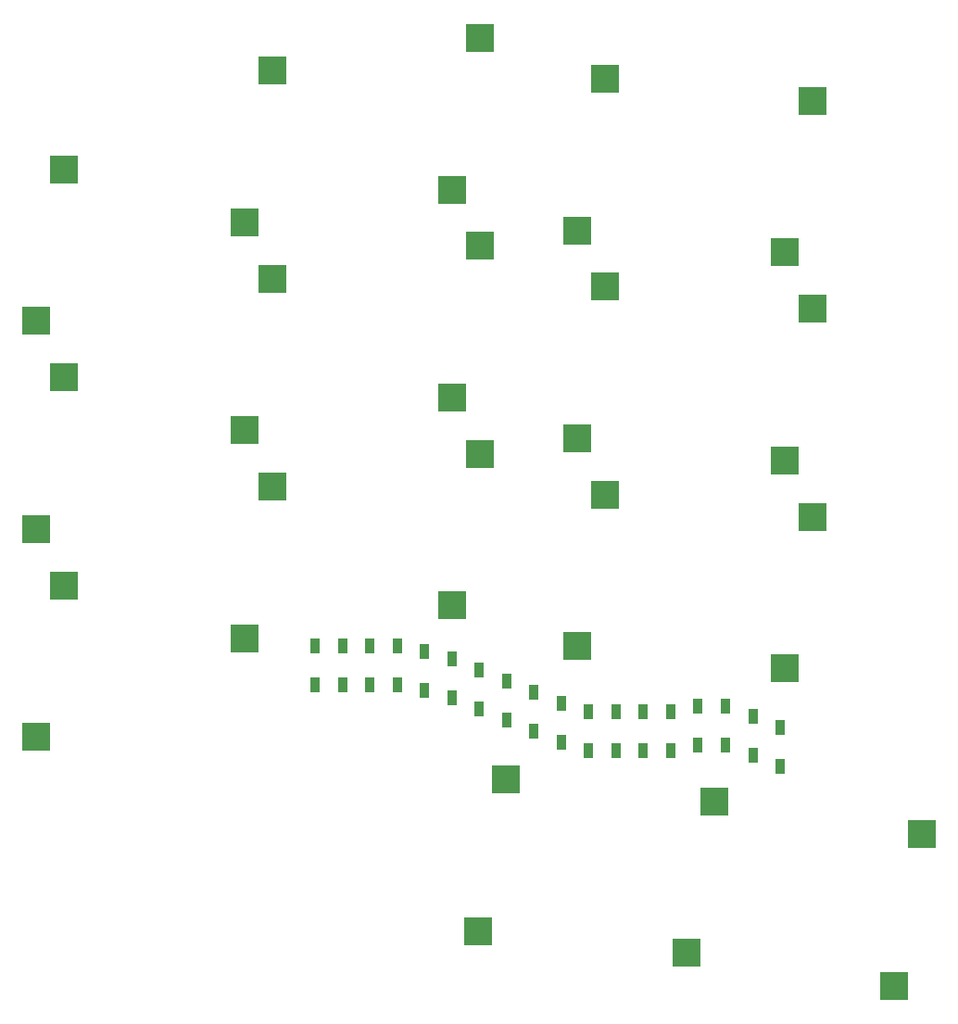
<source format=gbr>
%TF.GenerationSoftware,KiCad,Pcbnew,9.0.4*%
%TF.CreationDate,2025-11-10T06:57:54+09:00*%
%TF.ProjectId,boardloaf,626f6172-646c-46f6-9166-2e6b69636164,rev?*%
%TF.SameCoordinates,Original*%
%TF.FileFunction,Paste,Top*%
%TF.FilePolarity,Positive*%
%FSLAX46Y46*%
G04 Gerber Fmt 4.6, Leading zero omitted, Abs format (unit mm)*
G04 Created by KiCad (PCBNEW 9.0.4) date 2025-11-10 06:57:54*
%MOMM*%
%LPD*%
G01*
G04 APERTURE LIST*
%ADD10R,2.500000X2.550000*%
%ADD11R,0.940000X1.400000*%
G04 APERTURE END LIST*
D10*
%TO.C,SW16*%
X117420001Y-133289999D03*
X119960000Y-119440000D03*
%TD*%
D11*
%TO.C,D9*%
X122500001Y-115024999D03*
X122499999Y-111475001D03*
%TD*%
D10*
%TO.C,SW9*%
X126420001Y-88289999D03*
X128960000Y-74440000D03*
%TD*%
D11*
%TO.C,D7*%
X117500001Y-113024999D03*
X117499999Y-109475001D03*
%TD*%
%TO.C,D14*%
X135000001Y-116774999D03*
X134999999Y-113225001D03*
%TD*%
%TO.C,D1*%
X102500001Y-110774999D03*
X102499999Y-107225001D03*
%TD*%
%TO.C,D17*%
X142500001Y-117274999D03*
X142499999Y-113725001D03*
%TD*%
%TO.C,D8*%
X120000001Y-114024999D03*
X119999999Y-110475001D03*
%TD*%
D10*
%TO.C,SW15*%
X145420001Y-109289999D03*
X147960000Y-95440000D03*
%TD*%
%TO.C,SW4*%
X126420001Y-69289999D03*
X128960000Y-55440000D03*
%TD*%
D11*
%TO.C,D12*%
X130000001Y-116774999D03*
X129999999Y-113225001D03*
%TD*%
%TO.C,D3*%
X107500001Y-110774999D03*
X107499999Y-107225001D03*
%TD*%
%TO.C,D13*%
X132500001Y-116774999D03*
X132499999Y-113225001D03*
%TD*%
D10*
%TO.C,SW6*%
X79579999Y-82710001D03*
X77040000Y-96560000D03*
%TD*%
D11*
%TO.C,D6*%
X115000001Y-112024999D03*
X114999999Y-108475001D03*
%TD*%
%TO.C,D11*%
X127500001Y-116774999D03*
X127499999Y-113225001D03*
%TD*%
%TO.C,D16*%
X140000001Y-116274999D03*
X139999999Y-112725001D03*
%TD*%
%TO.C,D2*%
X105000001Y-110774999D03*
X104999999Y-107225001D03*
%TD*%
%TO.C,D18*%
X145000001Y-118274999D03*
X144999999Y-114725001D03*
%TD*%
D10*
%TO.C,SW5*%
X145420001Y-71289999D03*
X147960000Y-57440000D03*
%TD*%
%TO.C,SW18*%
X155420001Y-138289999D03*
X157960000Y-124440000D03*
%TD*%
%TO.C,SW11*%
X79580000Y-101710001D03*
X77040001Y-115560000D03*
%TD*%
%TO.C,SW14*%
X126420001Y-107289999D03*
X128960000Y-93440000D03*
%TD*%
%TO.C,SW2*%
X98580003Y-54710009D03*
X96040004Y-68560008D03*
%TD*%
%TO.C,SW13*%
X117580003Y-89710009D03*
X115040004Y-103560008D03*
%TD*%
D11*
%TO.C,D10*%
X125000001Y-116024999D03*
X124999999Y-112475001D03*
%TD*%
D10*
%TO.C,SW17*%
X136420001Y-135289999D03*
X138960000Y-121440000D03*
%TD*%
%TO.C,SW7*%
X98580003Y-73710009D03*
X96040004Y-87560008D03*
%TD*%
%TO.C,SW12*%
X98580003Y-92710009D03*
X96040004Y-106560008D03*
%TD*%
%TO.C,SW8*%
X117580003Y-70710009D03*
X115040004Y-84560008D03*
%TD*%
D11*
%TO.C,D5*%
X112500001Y-111274999D03*
X112499999Y-107725001D03*
%TD*%
%TO.C,D15*%
X137500001Y-116274999D03*
X137499999Y-112725001D03*
%TD*%
%TO.C,D4*%
X110000001Y-110774999D03*
X109999999Y-107225001D03*
%TD*%
D10*
%TO.C,SW1*%
X79579997Y-63710000D03*
X77039998Y-77559999D03*
%TD*%
%TO.C,SW3*%
X117580003Y-51710009D03*
X115040004Y-65560008D03*
%TD*%
%TO.C,SW10*%
X145420001Y-90289999D03*
X147960000Y-76440000D03*
%TD*%
M02*

</source>
